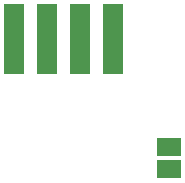
<source format=gbp>
G04 #@! TF.GenerationSoftware,KiCad,Pcbnew,(5.1.8)-1*
G04 #@! TF.CreationDate,2021-03-27T21:37:08+01:00*
G04 #@! TF.ProjectId,MSX,4d53582e-6b69-4636-9164-5f7063625858,rev?*
G04 #@! TF.SameCoordinates,Original*
G04 #@! TF.FileFunction,Paste,Bot*
G04 #@! TF.FilePolarity,Positive*
%FSLAX46Y46*%
G04 Gerber Fmt 4.6, Leading zero omitted, Abs format (unit mm)*
G04 Created by KiCad (PCBNEW (5.1.8)-1) date 2021-03-27 21:37:08*
%MOMM*%
%LPD*%
G01*
G04 APERTURE LIST*
%ADD10R,1.700000X6.000000*%
%ADD11R,2.000000X1.600000*%
G04 APERTURE END LIST*
D10*
X138069500Y-78168500D03*
X140839500Y-78168500D03*
X143609500Y-78168500D03*
X146379500Y-78168500D03*
D11*
X151130000Y-89154000D03*
X151130000Y-87249000D03*
M02*

</source>
